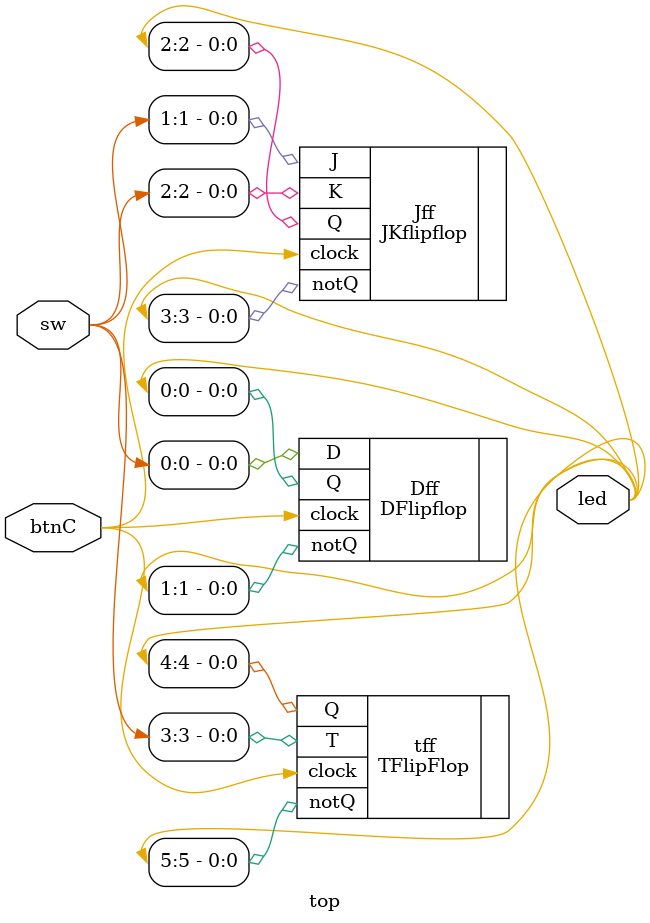
<source format=v>
module top(
input [3:0]sw,
input btnC,
output [5:0]led
    );
    
DFlipflop Dff (

.D(sw[0]),
.clock(btnC),
.Q(led[0]),
.notQ(led[1])
);

JKflipflop Jff (
.J(sw[1]),
.K(sw[2]),
.clock(btnC),
.Q(led[2]),
.notQ(led[3])
);

TFlipFlop tff (
.T(sw[3]),
.clock(btnC),
.Q(led[4]),
.notQ(led[5])
);

endmodule
</source>
